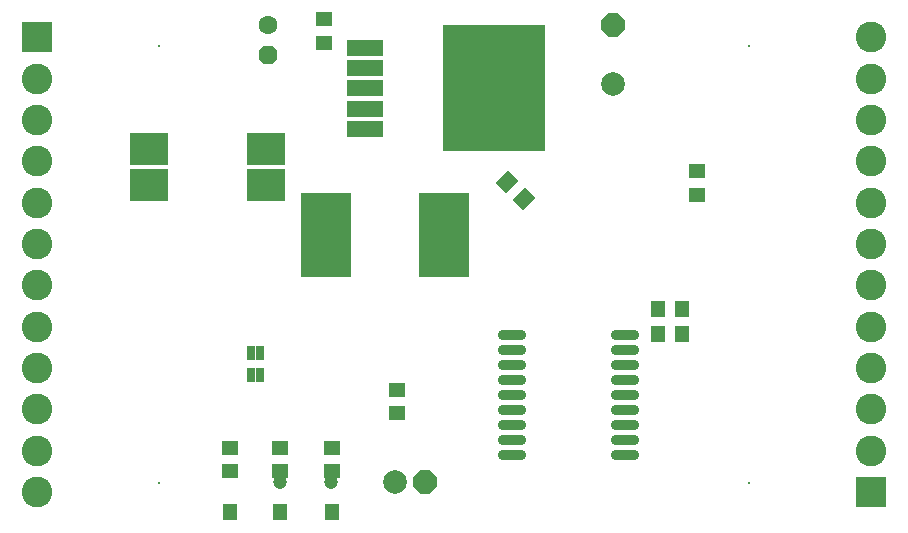
<source format=gts>
G04*
G04 #@! TF.GenerationSoftware,Altium Limited,Altium Designer,21.7.2 (23)*
G04*
G04 Layer_Color=8388736*
%FSLAX44Y44*%
%MOMM*%
G71*
G04*
G04 #@! TF.SameCoordinates,E4638E92-537D-4F49-80B5-2F4EAB31F582*
G04*
G04*
G04 #@! TF.FilePolarity,Negative*
G04*
G01*
G75*
%ADD21R,3.2032X2.8032*%
%ADD22R,1.2032X1.4532*%
%ADD23R,1.4532X1.2032*%
%ADD24R,1.2032X0.7032*%
%ADD25O,2.4032X0.9032*%
%ADD26R,0.7032X1.2032*%
%ADD27R,4.2032X7.2032*%
G04:AMPARAMS|DCode=28|XSize=1.4532mm|YSize=1.2032mm|CornerRadius=0mm|HoleSize=0mm|Usage=FLASHONLY|Rotation=45.000|XOffset=0mm|YOffset=0mm|HoleType=Round|Shape=Rectangle|*
%AMROTATEDRECTD28*
4,1,4,-0.0884,-0.9392,-0.9392,-0.0884,0.0884,0.9392,0.9392,0.0884,-0.0884,-0.9392,0.0*
%
%ADD28ROTATEDRECTD28*%

%ADD29R,3.0532X1.4032*%
%ADD30R,8.7032X10.7032*%
%ADD31C,2.0032*%
%ADD32P,2.1683X8X292.5*%
%ADD33C,1.6032*%
%ADD34P,1.7353X8X112.5*%
%ADD35P,2.1683X8X202.5*%
%ADD36C,2.6032*%
%ADD37R,2.6032X2.6032*%
%ADD38C,0.2032*%
%ADD39C,1.2032*%
D21*
X671500Y833000D02*
D03*
Y802000D02*
D03*
X771000Y802000D02*
D03*
Y833000D02*
D03*
D22*
X1123000Y675957D02*
D03*
X1103000D02*
D03*
X1123000Y697000D02*
D03*
X1103000D02*
D03*
D23*
X740133Y560000D02*
D03*
Y580000D02*
D03*
X826500Y580000D02*
D03*
Y560000D02*
D03*
X782534Y580000D02*
D03*
Y560000D02*
D03*
X820000Y922500D02*
D03*
Y942500D02*
D03*
X882000Y629000D02*
D03*
Y609000D02*
D03*
D24*
X740133Y522000D02*
D03*
Y529000D02*
D03*
X782534D02*
D03*
Y522000D02*
D03*
X826500Y529000D02*
D03*
Y522000D02*
D03*
D25*
X1074500Y573450D02*
D03*
Y586150D02*
D03*
Y598850D02*
D03*
Y611550D02*
D03*
Y624250D02*
D03*
Y636950D02*
D03*
Y649650D02*
D03*
Y662350D02*
D03*
Y675050D02*
D03*
X979500Y573450D02*
D03*
Y586150D02*
D03*
Y598850D02*
D03*
Y611550D02*
D03*
Y624250D02*
D03*
Y636950D02*
D03*
Y649650D02*
D03*
Y662350D02*
D03*
Y675050D02*
D03*
D26*
X1132000Y794000D02*
D03*
X1139000D02*
D03*
X1132000Y814000D02*
D03*
X1139000D02*
D03*
X758500Y660162D02*
D03*
X765500D02*
D03*
X758500Y641619D02*
D03*
X765500D02*
D03*
D27*
X821500Y759887D02*
D03*
X921500D02*
D03*
D28*
X989071Y790929D02*
D03*
X974929Y805071D02*
D03*
D29*
X855000Y884200D02*
D03*
Y918400D02*
D03*
Y901300D02*
D03*
Y867100D02*
D03*
Y850000D02*
D03*
D30*
X963720Y884200D02*
D03*
D31*
X1065000Y887500D02*
D03*
X880000Y551000D02*
D03*
D32*
X1065000Y937500D02*
D03*
D33*
X772500Y937500D02*
D03*
D34*
Y912500D02*
D03*
D35*
X905400Y551000D02*
D03*
D36*
X1283000Y927500D02*
D03*
Y892500D02*
D03*
Y857500D02*
D03*
Y822500D02*
D03*
Y787500D02*
D03*
Y752500D02*
D03*
Y577500D02*
D03*
Y612500D02*
D03*
Y647500D02*
D03*
Y717500D02*
D03*
Y682500D02*
D03*
X577000Y542500D02*
D03*
Y577500D02*
D03*
Y612500D02*
D03*
Y647500D02*
D03*
Y682500D02*
D03*
Y717500D02*
D03*
Y892500D02*
D03*
Y857500D02*
D03*
Y822500D02*
D03*
Y752500D02*
D03*
Y787500D02*
D03*
D37*
X1283000Y542500D02*
D03*
X577000Y927500D02*
D03*
D38*
X680000Y550000D02*
D03*
X1180000Y920000D02*
D03*
Y550000D02*
D03*
X680000Y920000D02*
D03*
D39*
X932500Y925000D02*
D03*
X972500D02*
D03*
X992500D02*
D03*
X952500D02*
D03*
X826000Y551000D02*
D03*
X783000D02*
D03*
X952500Y905000D02*
D03*
X992500Y845000D02*
D03*
X972500Y865000D02*
D03*
X952500Y845000D02*
D03*
X972500Y905000D02*
D03*
X932500Y865000D02*
D03*
Y885000D02*
D03*
X952500Y865000D02*
D03*
X932500Y905000D02*
D03*
X992500Y885000D02*
D03*
X972500D02*
D03*
X932500Y845000D02*
D03*
X972500D02*
D03*
X992500Y905000D02*
D03*
Y865000D02*
D03*
X952500Y885000D02*
D03*
M02*

</source>
